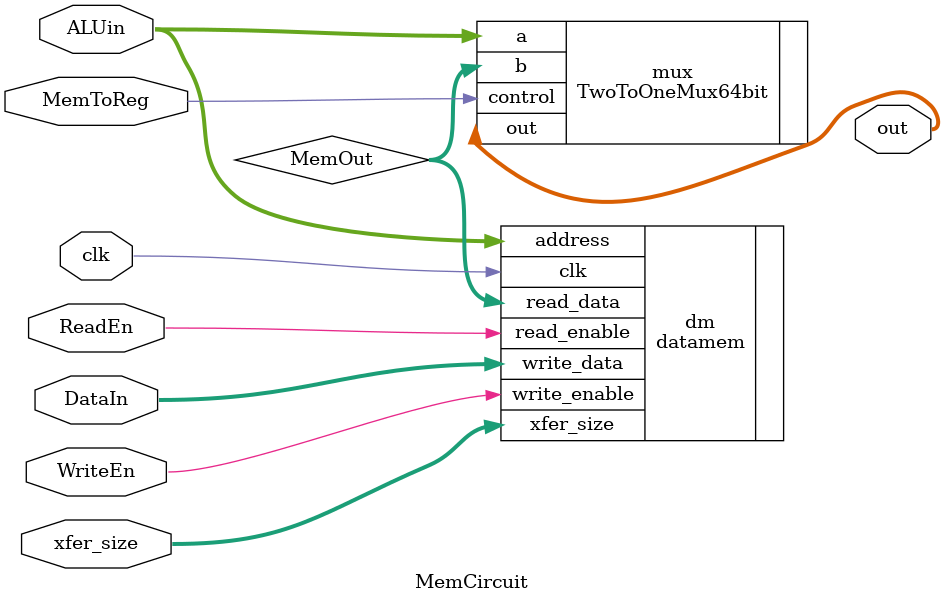
<source format=sv>
`timescale 1ns/10ps

module MemCircuit(out, ALUin, DataIn, xfer_size, WriteEn, ReadEn, MemToReg, clk);
	output logic [63:0] 	out;
	input logic [63:0] 	ALUin, DataIn;
	input logic	[3:0]		xfer_size;
	input logic WriteEn, ReadEn, MemToReg, clk;
	
	logic [63:0] MemOut;
	
	datamem dm (.address(ALUin), .write_enable(WriteEn), .read_enable(ReadEn), .write_data(DataIn),
					.clk(clk), .xfer_size(xfer_size), .read_data(MemOut));
	TwoToOneMux64bit mux (.out, .a(ALUin), .b(MemOut), .control(MemToReg));

endmodule
</source>
